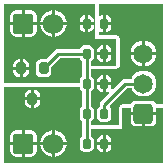
<source format=gtl>
G04 Layer_Physical_Order=1*
G04 Layer_Color=255*
%FSLAX25Y25*%
%MOIN*%
G70*
G01*
G75*
G04:AMPARAMS|DCode=10|XSize=25.59mil|YSize=33.47mil|CornerRadius=3.2mil|HoleSize=0mil|Usage=FLASHONLY|Rotation=180.000|XOffset=0mil|YOffset=0mil|HoleType=Round|Shape=RoundedRectangle|*
%AMROUNDEDRECTD10*
21,1,0.02559,0.02707,0,0,180.0*
21,1,0.01919,0.03347,0,0,180.0*
1,1,0.00640,-0.00960,0.01353*
1,1,0.00640,0.00960,0.01353*
1,1,0.00640,0.00960,-0.01353*
1,1,0.00640,-0.00960,-0.01353*
%
%ADD10ROUNDEDRECTD10*%
G04:AMPARAMS|DCode=11|XSize=31.5mil|YSize=38.19mil|CornerRadius=7.87mil|HoleSize=0mil|Usage=FLASHONLY|Rotation=0.000|XOffset=0mil|YOffset=0mil|HoleType=Round|Shape=RoundedRectangle|*
%AMROUNDEDRECTD11*
21,1,0.03150,0.02244,0,0,0.0*
21,1,0.01575,0.03819,0,0,0.0*
1,1,0.01575,0.00787,-0.01122*
1,1,0.01575,-0.00787,-0.01122*
1,1,0.01575,-0.00787,0.01122*
1,1,0.01575,0.00787,0.01122*
%
%ADD11ROUNDEDRECTD11*%
%ADD12C,0.01000*%
%ADD13C,0.06500*%
G04:AMPARAMS|DCode=14|XSize=65mil|YSize=65mil|CornerRadius=9.75mil|HoleSize=0mil|Usage=FLASHONLY|Rotation=0.000|XOffset=0mil|YOffset=0mil|HoleType=Round|Shape=RoundedRectangle|*
%AMROUNDEDRECTD14*
21,1,0.06500,0.04550,0,0,0.0*
21,1,0.04550,0.06500,0,0,0.0*
1,1,0.01950,0.02275,-0.02275*
1,1,0.01950,-0.02275,-0.02275*
1,1,0.01950,-0.02275,0.02275*
1,1,0.01950,0.02275,0.02275*
%
%ADD14ROUNDEDRECTD14*%
%ADD15C,0.06800*%
G04:AMPARAMS|DCode=16|XSize=68mil|YSize=68mil|CornerRadius=10.2mil|HoleSize=0mil|Usage=FLASHONLY|Rotation=270.000|XOffset=0mil|YOffset=0mil|HoleType=Round|Shape=RoundedRectangle|*
%AMROUNDEDRECTD16*
21,1,0.06800,0.04760,0,0,270.0*
21,1,0.04760,0.06800,0,0,270.0*
1,1,0.02040,-0.02380,-0.02380*
1,1,0.02040,-0.02380,0.02380*
1,1,0.02040,0.02380,0.02380*
1,1,0.02040,0.02380,-0.02380*
%
%ADD16ROUNDEDRECTD16*%
G36*
X134000Y145000D02*
X141000D01*
Y136000D01*
X132577D01*
Y137440D01*
X132958Y137695D01*
X133250Y138132D01*
X133353Y138647D01*
Y141353D01*
X133250Y141868D01*
X132958Y142305D01*
X132522Y142597D01*
X132007Y142699D01*
X130088D01*
X129573Y142597D01*
X129136Y142305D01*
X128844Y141868D01*
X128777Y141529D01*
X121622D01*
X121037Y141413D01*
X120541Y141081D01*
X117522Y138063D01*
X115953D01*
X115255Y137924D01*
X114664Y137529D01*
X114269Y136938D01*
X114130Y136240D01*
Y133996D01*
X114269Y133299D01*
X114664Y132707D01*
X115255Y132312D01*
X115953Y132174D01*
X117528D01*
X118225Y132312D01*
X118816Y132707D01*
X119211Y133299D01*
X119350Y133996D01*
Y135565D01*
X122256Y138471D01*
X128777D01*
X128844Y138132D01*
X129136Y137695D01*
X129518Y137440D01*
Y132560D01*
X129136Y132305D01*
X128844Y131868D01*
X128742Y131353D01*
Y130020D01*
X103512D01*
Y156489D01*
X134000D01*
Y145000D01*
D02*
G37*
G36*
X156489Y123020D02*
X154289Y123020D01*
X154146Y122991D01*
X154135Y123046D01*
X153699Y123699D01*
X153046Y124135D01*
X152275Y124289D01*
X147725D01*
X146954Y124135D01*
X146301Y123699D01*
X145865Y123046D01*
X145854Y122991D01*
X145711Y123020D01*
X142980D01*
X142590Y122942D01*
X142259Y122721D01*
X142038Y122390D01*
X141961Y122000D01*
X141961Y116020D01*
X132577Y116020D01*
Y117440D01*
X132958Y117695D01*
X133250Y118132D01*
X133353Y118647D01*
Y121353D01*
X133250Y121868D01*
X132958Y122305D01*
X132577Y122560D01*
Y127440D01*
X132958Y127695D01*
X133250Y128132D01*
X133353Y128647D01*
Y131353D01*
X133250Y131868D01*
X132958Y132305D01*
X132577Y132560D01*
Y134980D01*
X141000D01*
X141390Y135058D01*
X141721Y135279D01*
X141942Y135610D01*
X142020Y136000D01*
Y145000D01*
X141942Y145390D01*
X141721Y145721D01*
X141390Y145942D01*
X141000Y146020D01*
X135020D01*
Y146988D01*
X135176Y147129D01*
X135620Y147375D01*
X135993Y147301D01*
X136453D01*
Y150000D01*
Y152699D01*
X135993D01*
X135620Y152625D01*
X135176Y152871D01*
X135020Y153012D01*
Y156489D01*
X156489D01*
Y123020D01*
D02*
G37*
G36*
X128742Y128647D02*
X128844Y128132D01*
X129136Y127695D01*
X129518Y127440D01*
Y122560D01*
X129136Y122305D01*
X128844Y121868D01*
X128742Y121353D01*
Y118647D01*
X128844Y118132D01*
X129136Y117695D01*
X129518Y117440D01*
Y112560D01*
X129136Y112305D01*
X128844Y111868D01*
X128742Y111353D01*
Y108647D01*
X128844Y108132D01*
X129136Y107695D01*
X129573Y107403D01*
X130088Y107301D01*
X132007D01*
X132522Y107403D01*
X132958Y107695D01*
X133250Y108132D01*
X133353Y108647D01*
Y111353D01*
X133250Y111868D01*
X132958Y112305D01*
X132577Y112560D01*
Y115000D01*
X142980Y115000D01*
X142980Y122000D01*
X145711D01*
Y120500D01*
X154289D01*
Y122000D01*
X156489Y122000D01*
Y103512D01*
X103512D01*
Y129000D01*
X128742D01*
Y128647D01*
D02*
G37*
%LPC*%
G36*
X108760Y134618D02*
X106650D01*
Y133996D01*
X106789Y133299D01*
X107184Y132707D01*
X107775Y132312D01*
X108473Y132174D01*
X108760D01*
Y134618D01*
D02*
G37*
G36*
X111870D02*
X109760D01*
Y132174D01*
X110047D01*
X110745Y132312D01*
X111336Y132707D01*
X111731Y133299D01*
X111870Y133996D01*
Y134618D01*
D02*
G37*
G36*
X133353Y149500D02*
X131547D01*
Y147301D01*
X132007D01*
X132522Y147403D01*
X132958Y147695D01*
X133250Y148132D01*
X133353Y148647D01*
Y149500D01*
D02*
G37*
G36*
X109500Y154440D02*
X107620D01*
X106832Y154283D01*
X106164Y153836D01*
X105717Y153168D01*
X105560Y152380D01*
Y150500D01*
X109500D01*
Y154440D01*
D02*
G37*
G36*
X119500Y149500D02*
X115628D01*
X115713Y148851D01*
X116157Y147781D01*
X116862Y146862D01*
X117781Y146157D01*
X118851Y145713D01*
X119500Y145628D01*
Y149500D01*
D02*
G37*
G36*
X124372D02*
X120500D01*
Y145628D01*
X121149Y145713D01*
X122219Y146157D01*
X123138Y146862D01*
X123843Y147781D01*
X124287Y148851D01*
X124372Y149500D01*
D02*
G37*
G36*
X130547D02*
X128742D01*
Y148647D01*
X128844Y148132D01*
X129136Y147695D01*
X129573Y147403D01*
X130088Y147301D01*
X130547D01*
Y149500D01*
D02*
G37*
G36*
X112380Y154440D02*
X110500D01*
Y150500D01*
X114440D01*
Y152380D01*
X114283Y153168D01*
X113836Y153836D01*
X113168Y154283D01*
X112380Y154440D01*
D02*
G37*
G36*
X120500Y154372D02*
Y150500D01*
X124372D01*
X124287Y151149D01*
X123843Y152219D01*
X123138Y153138D01*
X122219Y153843D01*
X121149Y154287D01*
X120500Y154372D01*
D02*
G37*
G36*
X119500D02*
X118851Y154287D01*
X117781Y153843D01*
X116862Y153138D01*
X116157Y152219D01*
X115713Y151149D01*
X115628Y150500D01*
X119500D01*
Y154372D01*
D02*
G37*
G36*
X130547Y152699D02*
X130088D01*
X129573Y152597D01*
X129136Y152305D01*
X128844Y151868D01*
X128742Y151353D01*
Y150500D01*
X130547D01*
Y152699D01*
D02*
G37*
G36*
X132007D02*
X131547D01*
Y150500D01*
X133353D01*
Y151353D01*
X133250Y151868D01*
X132958Y152305D01*
X132522Y152597D01*
X132007Y152699D01*
D02*
G37*
G36*
X136453Y139500D02*
X134647D01*
Y138647D01*
X134750Y138132D01*
X135041Y137695D01*
X135478Y137403D01*
X135993Y137301D01*
X136453D01*
Y139500D01*
D02*
G37*
G36*
X139258D02*
X137453D01*
Y137301D01*
X137912D01*
X138427Y137403D01*
X138864Y137695D01*
X139156Y138132D01*
X139258Y138647D01*
Y139500D01*
D02*
G37*
G36*
X108760Y138063D02*
X108473D01*
X107775Y137924D01*
X107184Y137529D01*
X106789Y136938D01*
X106650Y136240D01*
Y135618D01*
X108760D01*
Y138063D01*
D02*
G37*
G36*
X110047D02*
X109760D01*
Y135618D01*
X111870D01*
Y136240D01*
X111731Y136938D01*
X111336Y137529D01*
X110745Y137924D01*
X110047Y138063D01*
D02*
G37*
G36*
X109500Y149500D02*
X105560D01*
Y147620D01*
X105717Y146832D01*
X106164Y146164D01*
X106832Y145717D01*
X107620Y145560D01*
X109500D01*
Y149500D01*
D02*
G37*
G36*
X114440D02*
X110500D01*
Y145560D01*
X112380D01*
X113168Y145717D01*
X113836Y146164D01*
X114283Y146832D01*
X114440Y147620D01*
Y149500D01*
D02*
G37*
G36*
X136453Y142699D02*
X135993D01*
X135478Y142597D01*
X135041Y142305D01*
X134750Y141868D01*
X134647Y141353D01*
Y140500D01*
X136453D01*
Y142699D01*
D02*
G37*
G36*
X137912D02*
X137453D01*
Y140500D01*
X139258D01*
Y141353D01*
X139156Y141868D01*
X138864Y142305D01*
X138427Y142597D01*
X137912Y142699D01*
D02*
G37*
G36*
X136453Y132699D02*
X135993D01*
X135478Y132597D01*
X135041Y132305D01*
X134750Y131868D01*
X134647Y131353D01*
Y130500D01*
X136453D01*
Y132699D01*
D02*
G37*
G36*
X137912D02*
X137453D01*
Y130500D01*
X139258D01*
Y131353D01*
X139156Y131868D01*
X138864Y132305D01*
X138427Y132597D01*
X137912Y132699D01*
D02*
G37*
G36*
X136453Y129500D02*
X134647D01*
Y128647D01*
X134750Y128132D01*
X135041Y127695D01*
X135478Y127403D01*
X135993Y127301D01*
X136453D01*
Y129500D01*
D02*
G37*
G36*
X150000Y134287D02*
X148890Y134141D01*
X147857Y133712D01*
X146969Y133031D01*
X146288Y132143D01*
X146033Y131529D01*
X144000D01*
X143415Y131413D01*
X142919Y131081D01*
X139815Y127978D01*
X139191Y128140D01*
X139164Y128176D01*
X139258Y128647D01*
Y129500D01*
X137453D01*
Y127301D01*
X137912D01*
X138383Y127394D01*
X138419Y127368D01*
X138581Y126744D01*
X135871Y124034D01*
X135540Y123538D01*
X135423Y122953D01*
Y122560D01*
X135041Y122305D01*
X134750Y121868D01*
X134647Y121353D01*
Y118647D01*
X134750Y118132D01*
X135041Y117695D01*
X135478Y117403D01*
X135993Y117301D01*
X137912D01*
X138427Y117403D01*
X138864Y117695D01*
X139156Y118132D01*
X139258Y118647D01*
Y121353D01*
X139156Y121868D01*
X138864Y122305D01*
X138829Y122666D01*
X144633Y128471D01*
X146033D01*
X146288Y127857D01*
X146969Y126969D01*
X147857Y126288D01*
X148890Y125859D01*
X150000Y125713D01*
X151110Y125859D01*
X152143Y126288D01*
X153031Y126969D01*
X153712Y127857D01*
X154141Y128891D01*
X154287Y130000D01*
X154141Y131109D01*
X153712Y132143D01*
X153031Y133031D01*
X152143Y133712D01*
X151110Y134141D01*
X150000Y134287D01*
D02*
G37*
G36*
X139258Y149500D02*
X137453D01*
Y147301D01*
X137912D01*
X138427Y147403D01*
X138864Y147695D01*
X139156Y148132D01*
X139258Y148647D01*
Y149500D01*
D02*
G37*
G36*
X137912Y152699D02*
X137453D01*
Y150500D01*
X139258D01*
Y151353D01*
X139156Y151868D01*
X138864Y152305D01*
X138427Y152597D01*
X137912Y152699D01*
D02*
G37*
G36*
X154221Y139500D02*
X150500D01*
Y135779D01*
X151110Y135859D01*
X152143Y136288D01*
X153031Y136969D01*
X153712Y137857D01*
X154141Y138891D01*
X154221Y139500D01*
D02*
G37*
G36*
X149500D02*
X145779D01*
X145859Y138891D01*
X146288Y137857D01*
X146969Y136969D01*
X147857Y136288D01*
X148890Y135859D01*
X149500Y135779D01*
Y139500D01*
D02*
G37*
G36*
X150500Y144221D02*
Y140500D01*
X154221D01*
X154141Y141110D01*
X153712Y142143D01*
X153031Y143031D01*
X152143Y143712D01*
X151110Y144141D01*
X150500Y144221D01*
D02*
G37*
G36*
X149500D02*
X148890Y144141D01*
X147857Y143712D01*
X146969Y143031D01*
X146288Y142143D01*
X145859Y141110D01*
X145779Y140500D01*
X149500D01*
Y144221D01*
D02*
G37*
G36*
X112500Y127826D02*
X112213D01*
X111515Y127688D01*
X110924Y127293D01*
X110529Y126701D01*
X110390Y126004D01*
Y125382D01*
X112500D01*
Y127826D01*
D02*
G37*
G36*
X115610Y124382D02*
X113500D01*
Y121937D01*
X113787D01*
X114485Y122076D01*
X115076Y122471D01*
X115471Y123062D01*
X115610Y123760D01*
Y124382D01*
D02*
G37*
G36*
X149500Y119500D02*
X145711D01*
Y117725D01*
X145865Y116954D01*
X146301Y116301D01*
X146954Y115865D01*
X147725Y115711D01*
X149500D01*
Y119500D01*
D02*
G37*
G36*
X154289D02*
X150500D01*
Y115711D01*
X152275D01*
X153046Y115865D01*
X153699Y116301D01*
X154135Y116954D01*
X154289Y117725D01*
Y119500D01*
D02*
G37*
G36*
X112500Y124382D02*
X110390D01*
Y123760D01*
X110529Y123062D01*
X110924Y122471D01*
X111515Y122076D01*
X112213Y121937D01*
X112500D01*
Y124382D01*
D02*
G37*
G36*
X113787Y127826D02*
X113500D01*
Y125382D01*
X115610D01*
Y126004D01*
X115471Y126701D01*
X115076Y127293D01*
X114485Y127688D01*
X113787Y127826D01*
D02*
G37*
G36*
X124372Y109500D02*
X120500D01*
Y105628D01*
X121149Y105713D01*
X122219Y106157D01*
X123138Y106862D01*
X123843Y107781D01*
X124287Y108851D01*
X124372Y109500D01*
D02*
G37*
G36*
X136453D02*
X134647D01*
Y108647D01*
X134750Y108132D01*
X135041Y107695D01*
X135478Y107403D01*
X135993Y107301D01*
X136453D01*
Y109500D01*
D02*
G37*
G36*
X139258D02*
X137453D01*
Y107301D01*
X137912D01*
X138427Y107403D01*
X138864Y107695D01*
X139156Y108132D01*
X139258Y108647D01*
Y109500D01*
D02*
G37*
G36*
X109500D02*
X105560D01*
Y107620D01*
X105717Y106832D01*
X106164Y106164D01*
X106832Y105717D01*
X107620Y105560D01*
X109500D01*
Y109500D01*
D02*
G37*
G36*
X114440D02*
X110500D01*
Y105560D01*
X112380D01*
X113168Y105717D01*
X113836Y106164D01*
X114283Y106832D01*
X114440Y107620D01*
Y109500D01*
D02*
G37*
G36*
X119500D02*
X115628D01*
X115713Y108851D01*
X116157Y107781D01*
X116862Y106862D01*
X117781Y106157D01*
X118851Y105713D01*
X119500Y105628D01*
Y109500D01*
D02*
G37*
G36*
X112380Y114440D02*
X110500D01*
Y110500D01*
X114440D01*
Y112380D01*
X114283Y113168D01*
X113836Y113836D01*
X113168Y114283D01*
X112380Y114440D01*
D02*
G37*
G36*
X120500Y114372D02*
Y110500D01*
X124372D01*
X124287Y111149D01*
X123843Y112219D01*
X123138Y113138D01*
X122219Y113843D01*
X121149Y114287D01*
X120500Y114372D01*
D02*
G37*
G36*
X137912Y112699D02*
X137453D01*
Y110500D01*
X139258D01*
Y111353D01*
X139156Y111868D01*
X138864Y112305D01*
X138427Y112597D01*
X137912Y112699D01*
D02*
G37*
G36*
X136453D02*
X135993D01*
X135478Y112597D01*
X135041Y112305D01*
X134750Y111868D01*
X134647Y111353D01*
Y110500D01*
X136453D01*
Y112699D01*
D02*
G37*
G36*
X109500Y114440D02*
X107620D01*
X106832Y114283D01*
X106164Y113836D01*
X105717Y113168D01*
X105560Y112380D01*
Y110500D01*
X109500D01*
Y114440D01*
D02*
G37*
G36*
X119500Y114372D02*
X118851Y114287D01*
X117781Y113843D01*
X116862Y113138D01*
X116157Y112219D01*
X115713Y111149D01*
X115628Y110500D01*
X119500D01*
Y114372D01*
D02*
G37*
%LPD*%
D10*
X136953Y110000D02*
D03*
X131047D02*
D03*
Y120000D02*
D03*
X136953D02*
D03*
X131047Y130000D02*
D03*
X136953D02*
D03*
Y140000D02*
D03*
X131047D02*
D03*
Y150000D02*
D03*
X136953D02*
D03*
D11*
X113000Y124882D02*
D03*
X109260Y135118D02*
D03*
X116740D02*
D03*
D12*
X144000Y130000D02*
X150000D01*
X136953Y122953D02*
X144000Y130000D01*
X136953Y120000D02*
Y122953D01*
X131047Y130000D02*
Y140000D01*
X131047Y110000D02*
X131047Y110000D01*
X116740Y135118D02*
X121622Y140000D01*
X131047D01*
Y110000D02*
Y130000D01*
D13*
X150000Y140000D02*
D03*
Y130000D02*
D03*
D14*
Y120000D02*
D03*
D15*
X120000Y110000D02*
D03*
Y150000D02*
D03*
D16*
X110000Y110000D02*
D03*
Y150000D02*
D03*
M02*

</source>
